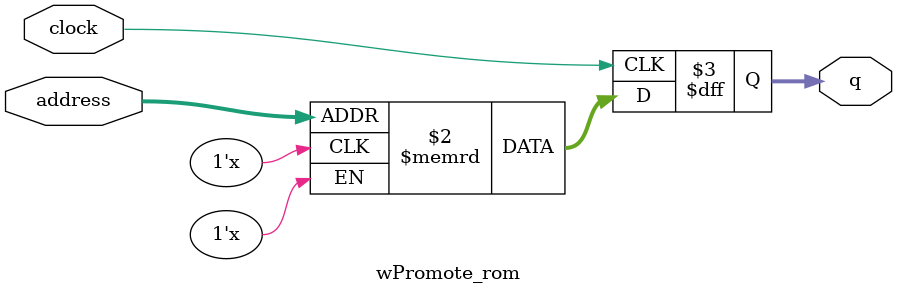
<source format=sv>
module wPromote_rom (
	input logic clock,
	input logic [13:0] address,
	output logic [3:0] q
);

logic [3:0] memory [0:14399] /* synthesis ram_init_file = "./wPromote/wPromote.COE" */;

always_ff @ (posedge clock) begin
	q <= memory[address];
end

endmodule

</source>
